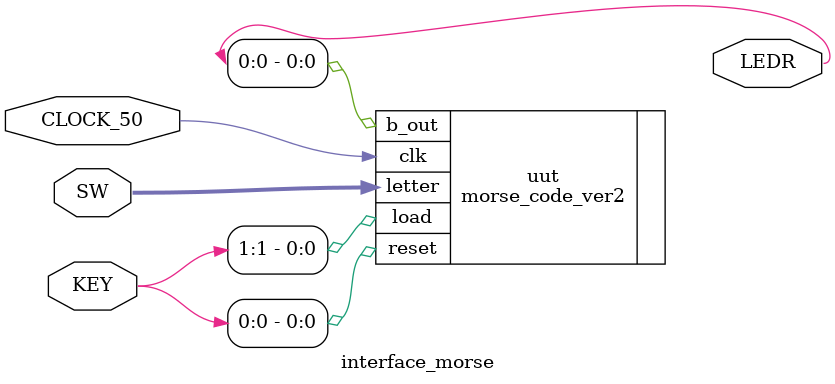
<source format=v>
module interface_morse(CLOCK_50,KEY,SW,LEDR);
input CLOCK_50;
input [1:0]KEY;
input [2:0]SW;
output [1:0]LEDR;




 morse_code_ver2 uut(.clk(CLOCK_50),.reset(KEY[0]),.load(KEY[1]),.letter(SW[2:0]),.b_out(LEDR[0]));
 
 endmodule
</source>
